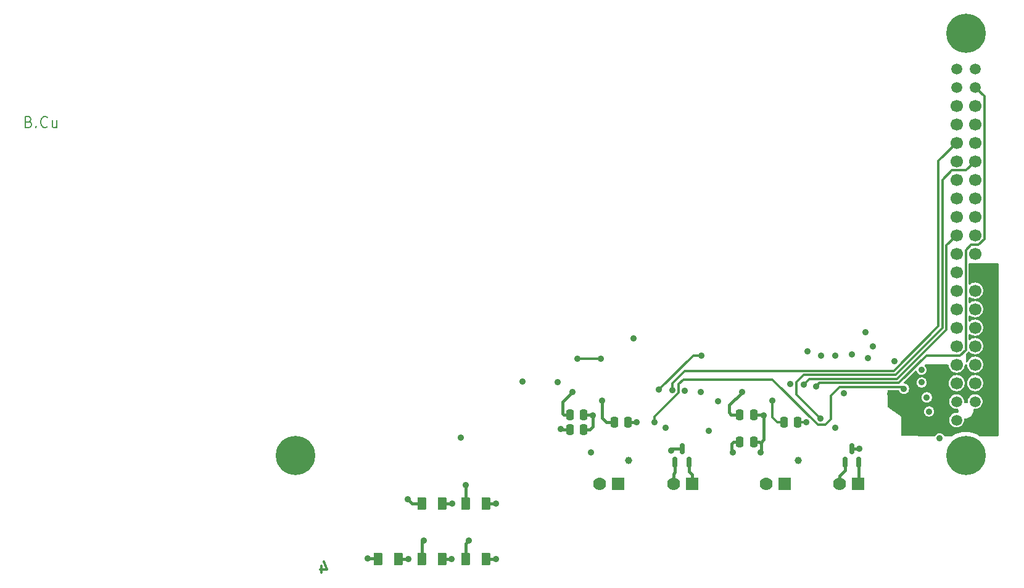
<source format=gbr>
%TF.GenerationSoftware,KiCad,Pcbnew,9.0.1-9.0.1-0~ubuntu24.04.1*%
%TF.CreationDate,2025-04-26T12:20:13-07:00*%
%TF.ProjectId,NX-IndicatorBoard,4e582d49-6e64-4696-9361-746f72426f61,1*%
%TF.SameCoordinates,Original*%
%TF.FileFunction,Copper,L4,Bot*%
%TF.FilePolarity,Positive*%
%FSLAX46Y46*%
G04 Gerber Fmt 4.6, Leading zero omitted, Abs format (unit mm)*
G04 Created by KiCad (PCBNEW 9.0.1-9.0.1-0~ubuntu24.04.1) date 2025-04-26 12:20:13*
%MOMM*%
%LPD*%
G01*
G04 APERTURE LIST*
G04 Aperture macros list*
%AMRoundRect*
0 Rectangle with rounded corners*
0 $1 Rounding radius*
0 $2 $3 $4 $5 $6 $7 $8 $9 X,Y pos of 4 corners*
0 Add a 4 corners polygon primitive as box body*
4,1,4,$2,$3,$4,$5,$6,$7,$8,$9,$2,$3,0*
0 Add four circle primitives for the rounded corners*
1,1,$1+$1,$2,$3*
1,1,$1+$1,$4,$5*
1,1,$1+$1,$6,$7*
1,1,$1+$1,$8,$9*
0 Add four rect primitives between the rounded corners*
20,1,$1+$1,$2,$3,$4,$5,0*
20,1,$1+$1,$4,$5,$6,$7,0*
20,1,$1+$1,$6,$7,$8,$9,0*
20,1,$1+$1,$8,$9,$2,$3,0*%
G04 Aperture macros list end*
%ADD10C,0.187500*%
%TA.AperFunction,NonConductor*%
%ADD11C,0.187500*%
%TD*%
%ADD12C,0.300000*%
%TA.AperFunction,NonConductor*%
%ADD13C,0.300000*%
%TD*%
%TA.AperFunction,ComponentPad*%
%ADD14C,1.000000*%
%TD*%
%TA.AperFunction,ComponentPad*%
%ADD15C,1.500000*%
%TD*%
%TA.AperFunction,ComponentPad*%
%ADD16C,1.700000*%
%TD*%
%TA.AperFunction,ComponentPad*%
%ADD17R,1.778000X1.778000*%
%TD*%
%TA.AperFunction,ComponentPad*%
%ADD18C,1.778000*%
%TD*%
%TA.AperFunction,ComponentPad*%
%ADD19C,5.400000*%
%TD*%
%TA.AperFunction,SMDPad,CuDef*%
%ADD20RoundRect,0.250000X-0.250000X-0.475000X0.250000X-0.475000X0.250000X0.475000X-0.250000X0.475000X0*%
%TD*%
%TA.AperFunction,SMDPad,CuDef*%
%ADD21RoundRect,0.250000X-0.375000X-0.625000X0.375000X-0.625000X0.375000X0.625000X-0.375000X0.625000X0*%
%TD*%
%TA.AperFunction,SMDPad,CuDef*%
%ADD22RoundRect,0.150000X0.150000X-0.587500X0.150000X0.587500X-0.150000X0.587500X-0.150000X-0.587500X0*%
%TD*%
%TA.AperFunction,ViaPad*%
%ADD23C,0.889000*%
%TD*%
%TA.AperFunction,Conductor*%
%ADD24C,0.381000*%
%TD*%
%TA.AperFunction,Conductor*%
%ADD25C,0.304800*%
%TD*%
G04 APERTURE END LIST*
D10*
D11*
X29377697Y-63155964D02*
X29591983Y-63227392D01*
X29591983Y-63227392D02*
X29663412Y-63298821D01*
X29663412Y-63298821D02*
X29734840Y-63441678D01*
X29734840Y-63441678D02*
X29734840Y-63655964D01*
X29734840Y-63655964D02*
X29663412Y-63798821D01*
X29663412Y-63798821D02*
X29591983Y-63870250D01*
X29591983Y-63870250D02*
X29449126Y-63941678D01*
X29449126Y-63941678D02*
X28877697Y-63941678D01*
X28877697Y-63941678D02*
X28877697Y-62441678D01*
X28877697Y-62441678D02*
X29377697Y-62441678D01*
X29377697Y-62441678D02*
X29520555Y-62513107D01*
X29520555Y-62513107D02*
X29591983Y-62584535D01*
X29591983Y-62584535D02*
X29663412Y-62727392D01*
X29663412Y-62727392D02*
X29663412Y-62870250D01*
X29663412Y-62870250D02*
X29591983Y-63013107D01*
X29591983Y-63013107D02*
X29520555Y-63084535D01*
X29520555Y-63084535D02*
X29377697Y-63155964D01*
X29377697Y-63155964D02*
X28877697Y-63155964D01*
X30377697Y-63798821D02*
X30449126Y-63870250D01*
X30449126Y-63870250D02*
X30377697Y-63941678D01*
X30377697Y-63941678D02*
X30306269Y-63870250D01*
X30306269Y-63870250D02*
X30377697Y-63798821D01*
X30377697Y-63798821D02*
X30377697Y-63941678D01*
X31949126Y-63798821D02*
X31877698Y-63870250D01*
X31877698Y-63870250D02*
X31663412Y-63941678D01*
X31663412Y-63941678D02*
X31520555Y-63941678D01*
X31520555Y-63941678D02*
X31306269Y-63870250D01*
X31306269Y-63870250D02*
X31163412Y-63727392D01*
X31163412Y-63727392D02*
X31091983Y-63584535D01*
X31091983Y-63584535D02*
X31020555Y-63298821D01*
X31020555Y-63298821D02*
X31020555Y-63084535D01*
X31020555Y-63084535D02*
X31091983Y-62798821D01*
X31091983Y-62798821D02*
X31163412Y-62655964D01*
X31163412Y-62655964D02*
X31306269Y-62513107D01*
X31306269Y-62513107D02*
X31520555Y-62441678D01*
X31520555Y-62441678D02*
X31663412Y-62441678D01*
X31663412Y-62441678D02*
X31877698Y-62513107D01*
X31877698Y-62513107D02*
X31949126Y-62584535D01*
X33234841Y-62941678D02*
X33234841Y-63941678D01*
X32591983Y-62941678D02*
X32591983Y-63727392D01*
X32591983Y-63727392D02*
X32663412Y-63870250D01*
X32663412Y-63870250D02*
X32806269Y-63941678D01*
X32806269Y-63941678D02*
X33020555Y-63941678D01*
X33020555Y-63941678D02*
X33163412Y-63870250D01*
X33163412Y-63870250D02*
X33234841Y-63798821D01*
D12*
D13*
X69564284Y-124124428D02*
X69564284Y-125124428D01*
X69921426Y-123553000D02*
X70278569Y-124624428D01*
X70278569Y-124624428D02*
X69349998Y-124624428D01*
D14*
%TO.P,TP1,1,1*%
%TO.N,Net-(U3-CLKO{slash}SOF)*%
X111734600Y-109702600D03*
%TD*%
D15*
%TO.P,J5,1,Pin_1*%
%TO.N,+3V3*%
X159270000Y-104130000D03*
%TO.P,J5,2,Pin_2*%
%TO.N,+5V*%
X156730000Y-104130000D03*
%TO.P,J5,3,Pin_3*%
%TO.N,/I2C1_SDA*%
X159270000Y-101590000D03*
%TO.P,J5,4,Pin_4*%
%TO.N,+5V*%
X156730000Y-101590000D03*
D16*
%TO.P,J5,5,Pin_5*%
%TO.N,/I2C1_SCL*%
X159270000Y-99050000D03*
%TO.P,J5,6,Pin_6*%
%TO.N,GND*%
X156730000Y-99050000D03*
%TO.P,J5,7,Pin_7*%
%TO.N,/GPIO09*%
X159270000Y-96510000D03*
%TO.P,J5,8,Pin_8*%
%TO.N,/UART1_TXD*%
X156730000Y-96510000D03*
%TO.P,J5,9,Pin_9*%
%TO.N,GND*%
X159270000Y-93970000D03*
%TO.P,J5,10,Pin_10*%
%TO.N,/UART1_RXD*%
X156730000Y-93970000D03*
%TO.P,J5,11,Pin_11*%
%TO.N,/UART1_RTS*%
X159270000Y-91430000D03*
%TO.P,J5,12,Pin_12*%
%TO.N,/I2S0_SCLK*%
X156730000Y-91430000D03*
%TO.P,J5,13,Pin_13*%
%TO.N,/SPI1_SCK*%
X159270000Y-88890000D03*
%TO.P,J5,14,Pin_14*%
%TO.N,GND*%
X156730000Y-88890000D03*
%TO.P,J5,15,Pin_15*%
%TO.N,/GPIO12*%
X159270000Y-86350000D03*
%TO.P,J5,16,Pin_16*%
%TO.N,/SPI1_CS1*%
X156730000Y-86350000D03*
%TO.P,J5,17,Pin_17*%
%TO.N,+3V3*%
X159270000Y-83810000D03*
%TO.P,J5,18,Pin_18*%
%TO.N,/SPI1_CS0*%
X156730000Y-83810000D03*
%TO.P,J5,19,Pin_19*%
%TO.N,/SPI0_MOSI*%
X159270000Y-81270000D03*
%TO.P,J5,20,Pin_20*%
%TO.N,GND*%
X156730000Y-81270000D03*
%TO.P,J5,21,Pin_21*%
%TO.N,/SPI0_MISO*%
X159270000Y-78730000D03*
%TO.P,J5,22,Pin_22*%
%TO.N,/SPI1_MISO*%
X156730000Y-78730000D03*
%TO.P,J5,23,Pin_23*%
%TO.N,/SPI0_SCK*%
X159270000Y-76190000D03*
%TO.P,J5,24,Pin_24*%
%TO.N,/SPI0_CS0*%
X156730000Y-76190000D03*
%TO.P,J5,25,Pin_25*%
%TO.N,GND*%
X159270000Y-73650000D03*
%TO.P,J5,26,Pin_26*%
%TO.N,/SPI0_CS1*%
X156730000Y-73650000D03*
%TO.P,J5,27,Pin_27*%
%TO.N,/I2C0_SDA*%
X159270000Y-71110000D03*
%TO.P,J5,28,Pin_28*%
%TO.N,/I2C0_SCL*%
X156730000Y-71110000D03*
%TO.P,J5,29,Pin_29*%
%TO.N,/GPIO01*%
X159270000Y-68570000D03*
%TO.P,J5,30,Pin_30*%
%TO.N,GND*%
X156730000Y-68570000D03*
%TO.P,J5,31,Pin_31*%
%TO.N,/GPIO11*%
X159270000Y-66030000D03*
%TO.P,J5,32,Pin_32*%
%TO.N,/GPIO07*%
X156730000Y-66030000D03*
%TO.P,J5,33,Pin_33*%
%TO.N,/GPIO13*%
X159270000Y-63490000D03*
%TO.P,J5,34,Pin_34*%
%TO.N,GND*%
X156730000Y-63490000D03*
%TO.P,J5,35,Pin_35*%
%TO.N,/I2S0_FS*%
X159270000Y-60950000D03*
%TO.P,J5,36,Pin_36*%
%TO.N,/UART1_CTS*%
X156730000Y-60950000D03*
D15*
%TO.P,J5,37,Pin_37*%
%TO.N,/SPI1_MOSI*%
X159270000Y-58410000D03*
%TO.P,J5,38,Pin_38*%
%TO.N,/I2S0_DIN*%
X156730000Y-58410000D03*
%TO.P,J5,39,Pin_39*%
%TO.N,GND*%
X159270000Y-55870000D03*
%TO.P,J5,40,Pin_40*%
%TO.N,/I2S0_DOUT*%
X156730000Y-55870000D03*
%TD*%
D17*
%TO.P,J1,1,Pin_1*%
%TO.N,/CAN1_L*%
X110236000Y-112903000D03*
D18*
%TO.P,J1,2,Pin_2*%
%TO.N,/CAN1_H*%
X107696000Y-112903000D03*
%TD*%
D14*
%TO.P,TP2,1,1*%
%TO.N,Net-(U6-CLKO{slash}SOF)*%
X135001000Y-109677200D03*
%TD*%
D19*
%TO.P,H2,1*%
%TO.N,N/C*%
X158000000Y-51000000D03*
%TD*%
D17*
%TO.P,J4,1,Pin_1*%
%TO.N,/CAN2_L*%
X143230600Y-112903000D03*
D18*
%TO.P,J4,2,Pin_2*%
%TO.N,/CAN2_H*%
X140690600Y-112903000D03*
%TD*%
D19*
%TO.P,H1,1*%
%TO.N,N/C*%
X66000000Y-109000000D03*
%TD*%
%TO.P,H3,1*%
%TO.N,N/C*%
X158000000Y-109000000D03*
%TD*%
D17*
%TO.P,J2,1,Pin_1*%
%TO.N,/CAN1_L*%
X120396000Y-112903000D03*
D18*
%TO.P,J2,2,Pin_2*%
%TO.N,/CAN1_H*%
X117856000Y-112903000D03*
%TD*%
D17*
%TO.P,J3,1,Pin_1*%
%TO.N,/CAN2_L*%
X133096000Y-112903000D03*
D18*
%TO.P,J3,2,Pin_2*%
%TO.N,/CAN2_H*%
X130556000Y-112903000D03*
%TD*%
D20*
%TO.P,C5,1*%
%TO.N,+3V3*%
X126964400Y-107137200D03*
%TO.P,C5,2*%
%TO.N,GND*%
X128864400Y-107137200D03*
%TD*%
D21*
%TO.P,D6,1,K*%
%TO.N,Net-(D6-K)*%
X83321000Y-123180000D03*
%TO.P,D6,2,A*%
%TO.N,+3V3*%
X86121000Y-123180000D03*
%TD*%
D20*
%TO.P,C6,1*%
%TO.N,+3V3*%
X109743200Y-104394000D03*
%TO.P,C6,2*%
%TO.N,GND*%
X111643200Y-104394000D03*
%TD*%
%TO.P,C8,1*%
%TO.N,+3V3*%
X103672600Y-105435400D03*
%TO.P,C8,2*%
%TO.N,GND*%
X105572600Y-105435400D03*
%TD*%
D22*
%TO.P,D1,1,K1*%
%TO.N,/CAN2_L*%
X143331100Y-109954300D03*
%TO.P,D1,2,K1*%
%TO.N,/CAN2_H*%
X141431100Y-109954300D03*
%TO.P,D1,3,KK*%
%TO.N,GND*%
X142381100Y-108079300D03*
%TD*%
D20*
%TO.P,C3,1*%
%TO.N,+3V3*%
X133035000Y-104394000D03*
%TO.P,C3,2*%
%TO.N,GND*%
X134935000Y-104394000D03*
%TD*%
D21*
%TO.P,D5,1,K*%
%TO.N,Net-(D5-K)*%
X83321000Y-115560000D03*
%TO.P,D5,2,A*%
%TO.N,+3V3*%
X86121000Y-115560000D03*
%TD*%
%TO.P,D4,1,K*%
%TO.N,Net-(D4-K)*%
X89321000Y-123180000D03*
%TO.P,D4,2,A*%
%TO.N,+3V3*%
X92121000Y-123180000D03*
%TD*%
%TO.P,D7,1,K*%
%TO.N,Net-(D7-K)*%
X77321000Y-123180000D03*
%TO.P,D7,2,A*%
%TO.N,+3V3*%
X80121000Y-123180000D03*
%TD*%
D20*
%TO.P,C4,1*%
%TO.N,+5V*%
X126964400Y-103403400D03*
%TO.P,C4,2*%
%TO.N,GND*%
X128864400Y-103403400D03*
%TD*%
%TO.P,C7,1*%
%TO.N,+5V*%
X103672600Y-103403400D03*
%TO.P,C7,2*%
%TO.N,GND*%
X105572600Y-103403400D03*
%TD*%
D22*
%TO.P,D2,1,K1*%
%TO.N,/CAN1_L*%
X119988500Y-109954300D03*
%TO.P,D2,2,K1*%
%TO.N,/CAN1_H*%
X118088500Y-109954300D03*
%TO.P,D2,3,KK*%
%TO.N,GND*%
X119038500Y-108079300D03*
%TD*%
D21*
%TO.P,D3,1,K*%
%TO.N,Net-(D3-K)*%
X89321000Y-115560000D03*
%TO.P,D3,2,A*%
%TO.N,+3V3*%
X92121000Y-115560000D03*
%TD*%
D23*
%TO.N,+3V3*%
X87477600Y-115570000D03*
X81483200Y-123190000D03*
X97180400Y-98856800D03*
X102438200Y-105384600D03*
X121589800Y-100253800D03*
X131406900Y-101485700D03*
X149453600Y-102793800D03*
X87452200Y-123190000D03*
X93472000Y-123215400D03*
X126009400Y-108610400D03*
X149301200Y-101041200D03*
X122707400Y-105638600D03*
X147633249Y-100555421D03*
X93472000Y-115570000D03*
X108102402Y-101422202D03*
%TO.N,GND*%
X112852200Y-104419400D03*
X140055600Y-105181400D03*
X106553000Y-108610400D03*
X88722200Y-106502200D03*
X102006400Y-98882200D03*
X129844800Y-108585000D03*
X119449072Y-100147810D03*
X106807000Y-103530400D03*
X130276600Y-103479600D03*
X116789200Y-105181400D03*
X117551200Y-108305600D03*
X123952000Y-101523800D03*
X136121710Y-104414192D03*
X143408400Y-108102400D03*
%TO.N,+5V*%
X103987600Y-100253800D03*
X127254000Y-100304600D03*
%TO.N,/GPIO09*%
X149504400Y-99822000D03*
X115290600Y-104419400D03*
X152958800Y-102946200D03*
%TO.N,/UART1_TXD*%
X136245600Y-94717108D03*
%TO.N,/UART1_RXD*%
X140079414Y-95271844D03*
%TO.N,/UART1_RTS*%
X152628600Y-101015800D03*
X112395000Y-92928964D03*
%TO.N,/I2S0_SCLK*%
X107924601Y-95732601D03*
X142354299Y-95110299D03*
X104648000Y-95681800D03*
%TO.N,/GPIO12*%
X121691400Y-95250000D03*
X115900200Y-99974400D03*
X138125200Y-95250000D03*
%TO.N,/SPI0_MOSI*%
X151917400Y-97231200D03*
%TO.N,/SPI0_MISO*%
X148197566Y-96000568D03*
%TO.N,/SPI1_MISO*%
X135736323Y-99240001D03*
%TO.N,/SPI0_SCK*%
X151942800Y-98958400D03*
%TO.N,/SPI1_CS0*%
X133925566Y-99183827D03*
%TO.N,/GPIO01*%
X138049000Y-103885998D03*
%TO.N,/GPIO11*%
X144604107Y-95637116D03*
X141249400Y-100457000D03*
%TO.N,/GPIO07*%
X117754400Y-99999800D03*
%TO.N,/GPIO13*%
X154406600Y-106626850D03*
%TO.N,/UART1_CTS*%
X144195800Y-92049600D03*
%TO.N,/SPI1_MOSI*%
X137462896Y-99489896D03*
%TO.N,/SPI0_CS0*%
X145239104Y-93978096D03*
%TO.N,Net-(D3-K)*%
X89331800Y-113030000D03*
%TO.N,Net-(D4-K)*%
X89763600Y-120675400D03*
%TO.N,Net-(D5-K)*%
X81407000Y-114985800D03*
%TO.N,Net-(D6-K)*%
X83616800Y-120675400D03*
%TO.N,Net-(D7-K)*%
X75920600Y-123164600D03*
%TD*%
D24*
%TO.N,+3V3*%
X86121000Y-115560000D02*
X87467600Y-115560000D01*
X125882400Y-107365800D02*
X125882400Y-108483400D01*
X108102402Y-103809802D02*
X108102402Y-101422202D01*
X108686600Y-104394000D02*
X108102402Y-103809802D01*
X92121000Y-123180000D02*
X93436600Y-123180000D01*
X93436600Y-123180000D02*
X93472000Y-123215400D01*
X126964400Y-107137200D02*
X126111000Y-107137200D01*
X126111000Y-107137200D02*
X125882400Y-107365800D01*
D25*
X132080000Y-104394000D02*
X131406900Y-103720900D01*
D24*
X109743200Y-104394000D02*
X108686600Y-104394000D01*
X80121000Y-123180000D02*
X81473200Y-123180000D01*
X103672600Y-105435400D02*
X102489000Y-105435400D01*
X102489000Y-105435400D02*
X102438200Y-105384600D01*
X86121000Y-123180000D02*
X87442200Y-123180000D01*
D25*
X131406900Y-103720900D02*
X131406900Y-101485700D01*
D24*
X125882400Y-108483400D02*
X126009400Y-108610400D01*
X81473200Y-123180000D02*
X81483200Y-123190000D01*
X87442200Y-123180000D02*
X87452200Y-123190000D01*
X93462000Y-115560000D02*
X93472000Y-115570000D01*
X87467600Y-115560000D02*
X87477600Y-115570000D01*
X92121000Y-115560000D02*
X93462000Y-115560000D01*
D25*
X133035000Y-104394000D02*
X132080000Y-104394000D01*
D24*
%TO.N,GND*%
X106680000Y-103403400D02*
X106807000Y-103530400D01*
X105572600Y-105435400D02*
X106375200Y-105435400D01*
X142381100Y-108079300D02*
X143385300Y-108079300D01*
X128864400Y-107137200D02*
X129692400Y-107137200D01*
X106807000Y-105003600D02*
X106807000Y-103530400D01*
D25*
X136101518Y-104394000D02*
X136121710Y-104414192D01*
D24*
X129832100Y-107276900D02*
X129921000Y-107365800D01*
X112826800Y-104394000D02*
X112852200Y-104419400D01*
X119038500Y-108079300D02*
X117777500Y-108079300D01*
X130276600Y-106832400D02*
X129832100Y-107276900D01*
D25*
X134935000Y-104394000D02*
X136101518Y-104394000D01*
D24*
X106375200Y-105435400D02*
X106807000Y-105003600D01*
X129692400Y-107137200D02*
X129832100Y-107276900D01*
X128864400Y-103403400D02*
X130200400Y-103403400D01*
X111643200Y-104394000D02*
X112826800Y-104394000D01*
X105572600Y-103403400D02*
X106680000Y-103403400D01*
X129921000Y-107365800D02*
X129921000Y-108508800D01*
X130200400Y-103403400D02*
X130276600Y-103479600D01*
X117777500Y-108079300D02*
X117551200Y-108305600D01*
X143385300Y-108079300D02*
X143408400Y-108102400D01*
X129921000Y-108508800D02*
X129844800Y-108585000D01*
X130276600Y-103479600D02*
X130276600Y-106832400D01*
%TO.N,+5V*%
X102819200Y-103403400D02*
X102616000Y-103200200D01*
X102616000Y-101625400D02*
X103987600Y-100253800D01*
X125806200Y-103403400D02*
X125501400Y-103098600D01*
X103672600Y-103403400D02*
X102819200Y-103403400D01*
X102616000Y-103200200D02*
X102616000Y-101625400D01*
X127254000Y-100330000D02*
X127254000Y-100304600D01*
X126964400Y-103403400D02*
X125806200Y-103403400D01*
X125501400Y-102082600D02*
X127254000Y-100330000D01*
X125501400Y-103098600D02*
X125501400Y-102082600D01*
D25*
%TO.N,/GPIO09*%
X118579900Y-100373322D02*
X118579900Y-100393500D01*
X149275800Y-99593400D02*
X140690600Y-99593400D01*
X149504400Y-99822000D02*
X149275800Y-99593400D01*
X119227600Y-98552000D02*
X118579900Y-99199700D01*
X115290600Y-103682800D02*
X115290600Y-104419400D01*
X118602236Y-99648614D02*
X118602236Y-100350986D01*
X118579900Y-99626278D02*
X118602236Y-99648614D01*
X138751564Y-104783636D02*
X137698229Y-104783636D01*
X118579900Y-100393500D02*
X115290600Y-103682800D01*
X139496800Y-104038400D02*
X138751564Y-104783636D01*
X140690600Y-99593400D02*
X139496800Y-100787200D01*
X118579900Y-99199700D02*
X118579900Y-99626278D01*
X137698229Y-104783636D02*
X131466593Y-98552000D01*
X131466593Y-98552000D02*
X119227600Y-98552000D01*
X118602236Y-100350986D02*
X118579900Y-100373322D01*
X139496800Y-100787200D02*
X139496800Y-104038400D01*
%TO.N,/I2S0_SCLK*%
X107924601Y-95732601D02*
X104698802Y-95732601D01*
X104698802Y-95732601D02*
X104648000Y-95681800D01*
%TO.N,/GPIO12*%
X121691400Y-95250000D02*
X120624600Y-95250000D01*
X120624600Y-95250000D02*
X115900200Y-99974400D01*
D24*
%TO.N,/CAN1_L*%
X120396000Y-111582200D02*
X120396000Y-112903000D01*
X119988500Y-109954300D02*
X119988500Y-111174700D01*
X119988500Y-111174700D02*
X120396000Y-111582200D01*
%TO.N,/CAN1_H*%
X117856000Y-111556800D02*
X117856000Y-112903000D01*
X118088500Y-111324300D02*
X117856000Y-111556800D01*
X118088500Y-109954300D02*
X118088500Y-111324300D01*
D25*
%TO.N,/SPI1_MISO*%
X155321000Y-80139000D02*
X155321000Y-91717245D01*
X155321000Y-91717245D02*
X148570573Y-98467672D01*
X156730000Y-78730000D02*
X155321000Y-80139000D01*
X148570573Y-98467672D02*
X136508652Y-98467672D01*
X136508652Y-98467672D02*
X135736323Y-99240001D01*
%TO.N,/GPIO01*%
X159270000Y-68570000D02*
X158013600Y-69826400D01*
X156055800Y-69826400D02*
X154766264Y-71115936D01*
X148340793Y-97912936D02*
X135753856Y-97912936D01*
X135753856Y-97912936D02*
X134772402Y-98894390D01*
X158013600Y-69826400D02*
X156055800Y-69826400D01*
X134772402Y-100609400D02*
X138049000Y-103885998D01*
X154766264Y-71115936D02*
X154766264Y-91487465D01*
X134772402Y-98894390D02*
X134772402Y-100609400D01*
X154766264Y-91487465D02*
X148340793Y-97912936D01*
%TO.N,/GPIO07*%
X154211528Y-91257685D02*
X148111013Y-97358200D01*
X156730000Y-66030000D02*
X154211528Y-68548472D01*
X148111013Y-97358200D02*
X119456200Y-97358200D01*
X117754400Y-99060000D02*
X117754400Y-99999800D01*
X154211528Y-68548472D02*
X154211528Y-91257685D01*
X119456200Y-97358200D02*
X117754400Y-99060000D01*
%TO.N,/SPI1_MOSI*%
X160522336Y-79248735D02*
X159753407Y-80017664D01*
X159753407Y-80017664D02*
X158742336Y-80017664D01*
X157982336Y-94488735D02*
X157213407Y-95257664D01*
X157982336Y-80777664D02*
X157982336Y-94488735D01*
X157213407Y-95257664D02*
X152567252Y-95257664D01*
X160522336Y-59662336D02*
X160522336Y-79248735D01*
X159270000Y-58410000D02*
X160522336Y-59662336D01*
X148786252Y-99038664D02*
X137914128Y-99038664D01*
X158742336Y-80017664D02*
X157982336Y-80777664D01*
X137914128Y-99038664D02*
X137462896Y-99489896D01*
X152567252Y-95257664D02*
X148786252Y-99038664D01*
D24*
%TO.N,/CAN2_L*%
X143331100Y-109954300D02*
X143331100Y-112802500D01*
X143331100Y-112802500D02*
X143230600Y-112903000D01*
%TO.N,/CAN2_H*%
X140690600Y-111760000D02*
X140690600Y-112903000D01*
X141431100Y-111019500D02*
X140690600Y-111760000D01*
X141431100Y-109954300D02*
X141431100Y-111019500D01*
%TO.N,Net-(D3-K)*%
X89321000Y-115560000D02*
X89321000Y-113040800D01*
X89321000Y-113040800D02*
X89331800Y-113030000D01*
%TO.N,Net-(D4-K)*%
X89321000Y-121118000D02*
X89763600Y-120675400D01*
X89321000Y-123180000D02*
X89321000Y-121118000D01*
%TO.N,Net-(D5-K)*%
X81407000Y-114985800D02*
X81981200Y-115560000D01*
X81981200Y-115560000D02*
X83321000Y-115560000D01*
%TO.N,Net-(D6-K)*%
X83321000Y-123180000D02*
X83321000Y-120971200D01*
X83321000Y-120971200D02*
X83616800Y-120675400D01*
%TO.N,Net-(D7-K)*%
X77305600Y-123164600D02*
X77321000Y-123180000D01*
X75920600Y-123164600D02*
X77305600Y-123164600D01*
%TD*%
%TA.AperFunction,Conductor*%
%TO.N,+3V3*%
G36*
X162428107Y-82569685D02*
G01*
X162473862Y-82622489D01*
X162485068Y-82674029D01*
X162479644Y-106248719D01*
X162459944Y-106315753D01*
X162407130Y-106361496D01*
X162355191Y-106372689D01*
X159958612Y-106363943D01*
X159891645Y-106344014D01*
X159890174Y-106343046D01*
X159677642Y-106201037D01*
X159677637Y-106201034D01*
X159677636Y-106201033D01*
X159677631Y-106201030D01*
X159677624Y-106201026D01*
X159395218Y-106050077D01*
X159395213Y-106050075D01*
X159099350Y-105927524D01*
X158792890Y-105834561D01*
X158792879Y-105834558D01*
X158478821Y-105772090D01*
X158478804Y-105772087D01*
X158237805Y-105748351D01*
X158160119Y-105740700D01*
X157839881Y-105740700D01*
X157768032Y-105747776D01*
X157521195Y-105772087D01*
X157521178Y-105772090D01*
X157207120Y-105834558D01*
X157207109Y-105834561D01*
X156900649Y-105927524D01*
X156604786Y-106050075D01*
X156604781Y-106050077D01*
X156322375Y-106201026D01*
X156322362Y-106201034D01*
X156131108Y-106328825D01*
X156064431Y-106349702D01*
X156061766Y-106349721D01*
X155125654Y-106346305D01*
X155058686Y-106326376D01*
X155023004Y-106291197D01*
X154949549Y-106181263D01*
X154852189Y-106083903D01*
X154852185Y-106083900D01*
X154737698Y-106007402D01*
X154737696Y-106007401D01*
X154610495Y-105954713D01*
X154610483Y-105954710D01*
X154475449Y-105927850D01*
X154475445Y-105927850D01*
X154337755Y-105927850D01*
X154337750Y-105927850D01*
X154202716Y-105954710D01*
X154202704Y-105954713D01*
X154075503Y-106007401D01*
X154075501Y-106007402D01*
X153961014Y-106083900D01*
X153961010Y-106083903D01*
X153863653Y-106181260D01*
X153863650Y-106181264D01*
X153793696Y-106285957D01*
X153740083Y-106330762D01*
X153690141Y-106341065D01*
X149246947Y-106324850D01*
X149179980Y-106304921D01*
X149134418Y-106251950D01*
X149123400Y-106200851D01*
X149123400Y-103657400D01*
X149123399Y-103657399D01*
X148221638Y-103015049D01*
X148028330Y-102877350D01*
X152259800Y-102877350D01*
X152259800Y-103015049D01*
X152286660Y-103150083D01*
X152286663Y-103150095D01*
X152339351Y-103277296D01*
X152339352Y-103277298D01*
X152415850Y-103391785D01*
X152415853Y-103391789D01*
X152513210Y-103489146D01*
X152513214Y-103489149D01*
X152627699Y-103565646D01*
X152627700Y-103565646D01*
X152627701Y-103565647D01*
X152627703Y-103565648D01*
X152754904Y-103618336D01*
X152754909Y-103618338D01*
X152889950Y-103645199D01*
X152889954Y-103645200D01*
X152889955Y-103645200D01*
X153027646Y-103645200D01*
X153027647Y-103645199D01*
X153162691Y-103618338D01*
X153289901Y-103565646D01*
X153404386Y-103489149D01*
X153501749Y-103391786D01*
X153578246Y-103277301D01*
X153630938Y-103150091D01*
X153657800Y-103015045D01*
X153657800Y-102877355D01*
X153630938Y-102742309D01*
X153629987Y-102740012D01*
X153578248Y-102615103D01*
X153578247Y-102615101D01*
X153568441Y-102600426D01*
X153501749Y-102500614D01*
X153501746Y-102500610D01*
X153404389Y-102403253D01*
X153404385Y-102403250D01*
X153289898Y-102326752D01*
X153289896Y-102326751D01*
X153162695Y-102274063D01*
X153162683Y-102274060D01*
X153027649Y-102247200D01*
X153027645Y-102247200D01*
X152889955Y-102247200D01*
X152889950Y-102247200D01*
X152754916Y-102274060D01*
X152754904Y-102274063D01*
X152627703Y-102326751D01*
X152627701Y-102326752D01*
X152513214Y-102403250D01*
X152513210Y-102403253D01*
X152415853Y-102500610D01*
X152415850Y-102500614D01*
X152339352Y-102615101D01*
X152339351Y-102615103D01*
X152286663Y-102742304D01*
X152286660Y-102742316D01*
X152259800Y-102877350D01*
X148028330Y-102877350D01*
X147320978Y-102373483D01*
X147277797Y-102318556D01*
X147268923Y-102273030D01*
X147263157Y-100946950D01*
X151929600Y-100946950D01*
X151929600Y-101084649D01*
X151956460Y-101219683D01*
X151956463Y-101219695D01*
X152009151Y-101346896D01*
X152009152Y-101346898D01*
X152085650Y-101461385D01*
X152085653Y-101461389D01*
X152183010Y-101558746D01*
X152183014Y-101558749D01*
X152297499Y-101635246D01*
X152297500Y-101635246D01*
X152297501Y-101635247D01*
X152297503Y-101635248D01*
X152424704Y-101687936D01*
X152424709Y-101687938D01*
X152559750Y-101714799D01*
X152559754Y-101714800D01*
X152559755Y-101714800D01*
X152697446Y-101714800D01*
X152697447Y-101714799D01*
X152827469Y-101688937D01*
X155725499Y-101688937D01*
X155764101Y-101882996D01*
X155764104Y-101883006D01*
X155839820Y-102065802D01*
X155839827Y-102065815D01*
X155949753Y-102230330D01*
X155949756Y-102230334D01*
X156089665Y-102370243D01*
X156089669Y-102370246D01*
X156254184Y-102480172D01*
X156254197Y-102480179D01*
X156436993Y-102555895D01*
X156436998Y-102555897D01*
X156437002Y-102555897D01*
X156437003Y-102555898D01*
X156631062Y-102594500D01*
X156631065Y-102594500D01*
X156828934Y-102594500D01*
X156828935Y-102594500D01*
X156830417Y-102594205D01*
X156831211Y-102594276D01*
X156835000Y-102593903D01*
X156835070Y-102594621D01*
X156900009Y-102600426D01*
X156955190Y-102643284D01*
X156978441Y-102709171D01*
X156976237Y-102740007D01*
X156972500Y-102758795D01*
X156972500Y-102961201D01*
X156976237Y-102979991D01*
X156970008Y-103049582D01*
X156927143Y-103104759D01*
X156861253Y-103128001D01*
X156830432Y-103125797D01*
X156828939Y-103125500D01*
X156828935Y-103125500D01*
X156631065Y-103125500D01*
X156631063Y-103125500D01*
X156437003Y-103164101D01*
X156436993Y-103164104D01*
X156254197Y-103239820D01*
X156254184Y-103239827D01*
X156089669Y-103349753D01*
X156089665Y-103349756D01*
X155949756Y-103489665D01*
X155949753Y-103489669D01*
X155839827Y-103654184D01*
X155839820Y-103654197D01*
X155764104Y-103836993D01*
X155764101Y-103837003D01*
X155725500Y-104031062D01*
X155725500Y-104031065D01*
X155725500Y-104228935D01*
X155725500Y-104228937D01*
X155725499Y-104228937D01*
X155764101Y-104422996D01*
X155764104Y-104423006D01*
X155839820Y-104605802D01*
X155839827Y-104605815D01*
X155949753Y-104770330D01*
X155949756Y-104770334D01*
X156089665Y-104910243D01*
X156089669Y-104910246D01*
X156254184Y-105020172D01*
X156254197Y-105020179D01*
X156436993Y-105095895D01*
X156436998Y-105095897D01*
X156437002Y-105095897D01*
X156437003Y-105095898D01*
X156631062Y-105134500D01*
X156631065Y-105134500D01*
X156828937Y-105134500D01*
X156959495Y-105108529D01*
X157023002Y-105095897D01*
X157205809Y-105020176D01*
X157370331Y-104910246D01*
X157510246Y-104770331D01*
X157620176Y-104605809D01*
X157695897Y-104423002D01*
X157734500Y-104228935D01*
X157734500Y-104031065D01*
X157734204Y-104029577D01*
X157734275Y-104028781D01*
X157733903Y-104025000D01*
X157734619Y-104024929D01*
X157740427Y-103959987D01*
X157783286Y-103904807D01*
X157849175Y-103881558D01*
X157880012Y-103883763D01*
X157883511Y-103884458D01*
X157898798Y-103887499D01*
X157898799Y-103887500D01*
X157898800Y-103887500D01*
X158101201Y-103887500D01*
X158101202Y-103887499D01*
X158299711Y-103848014D01*
X158486704Y-103770559D01*
X158654993Y-103658112D01*
X158798112Y-103514993D01*
X158910559Y-103346704D01*
X158988014Y-103159711D01*
X159027500Y-102961200D01*
X159027500Y-102758800D01*
X159023763Y-102740012D01*
X159029990Y-102670420D01*
X159072853Y-102615243D01*
X159138742Y-102591998D01*
X159169575Y-102594203D01*
X159171065Y-102594500D01*
X159171067Y-102594500D01*
X159368937Y-102594500D01*
X159540922Y-102560289D01*
X159563002Y-102555897D01*
X159745809Y-102480176D01*
X159910331Y-102370246D01*
X160050246Y-102230331D01*
X160160176Y-102065809D01*
X160235897Y-101883002D01*
X160269355Y-101714800D01*
X160274500Y-101688937D01*
X160274500Y-101491062D01*
X160235898Y-101297003D01*
X160235897Y-101297002D01*
X160235897Y-101296998D01*
X160203877Y-101219695D01*
X160160179Y-101114197D01*
X160160172Y-101114184D01*
X160050246Y-100949669D01*
X160050243Y-100949665D01*
X159910334Y-100809756D01*
X159910330Y-100809753D01*
X159745815Y-100699827D01*
X159745802Y-100699820D01*
X159563006Y-100624104D01*
X159562996Y-100624101D01*
X159368937Y-100585500D01*
X159368935Y-100585500D01*
X159171065Y-100585500D01*
X159171063Y-100585500D01*
X158977003Y-100624101D01*
X158976993Y-100624104D01*
X158794197Y-100699820D01*
X158794184Y-100699827D01*
X158629669Y-100809753D01*
X158629665Y-100809756D01*
X158489756Y-100949665D01*
X158489753Y-100949669D01*
X158379827Y-101114184D01*
X158379820Y-101114197D01*
X158304104Y-101296993D01*
X158304101Y-101297003D01*
X158265500Y-101491062D01*
X158265500Y-101688939D01*
X158265797Y-101690432D01*
X158265725Y-101691228D01*
X158266097Y-101695000D01*
X158265381Y-101695070D01*
X158259567Y-101760024D01*
X158216702Y-101815199D01*
X158150812Y-101838441D01*
X158119991Y-101836237D01*
X158101201Y-101832500D01*
X158101200Y-101832500D01*
X157898800Y-101832500D01*
X157898795Y-101832500D01*
X157880007Y-101836237D01*
X157810416Y-101830007D01*
X157755240Y-101787142D01*
X157731998Y-101721252D01*
X157734205Y-101690416D01*
X157734500Y-101688937D01*
X157734500Y-101688935D01*
X157734500Y-101491065D01*
X157734500Y-101491062D01*
X157695898Y-101297003D01*
X157695897Y-101297002D01*
X157695897Y-101296998D01*
X157663877Y-101219695D01*
X157620179Y-101114197D01*
X157620172Y-101114184D01*
X157510246Y-100949669D01*
X157510243Y-100949665D01*
X157370334Y-100809756D01*
X157370330Y-100809753D01*
X157205815Y-100699827D01*
X157205802Y-100699820D01*
X157023006Y-100624104D01*
X157022996Y-100624101D01*
X156828937Y-100585500D01*
X156828935Y-100585500D01*
X156631065Y-100585500D01*
X156631063Y-100585500D01*
X156437003Y-100624101D01*
X156436993Y-100624104D01*
X156254197Y-100699820D01*
X156254184Y-100699827D01*
X156089669Y-100809753D01*
X156089665Y-100809756D01*
X155949756Y-100949665D01*
X155949753Y-100949669D01*
X155839827Y-101114184D01*
X155839820Y-101114197D01*
X155764104Y-101296993D01*
X155764101Y-101297003D01*
X155725500Y-101491062D01*
X155725500Y-101491065D01*
X155725500Y-101688935D01*
X155725500Y-101688937D01*
X155725499Y-101688937D01*
X152827469Y-101688937D01*
X152832491Y-101687938D01*
X152959701Y-101635246D01*
X153074186Y-101558749D01*
X153171549Y-101461386D01*
X153248046Y-101346901D01*
X153300738Y-101219691D01*
X153327600Y-101084645D01*
X153327600Y-100946955D01*
X153300738Y-100811909D01*
X153299845Y-100809753D01*
X153248048Y-100684703D01*
X153248047Y-100684701D01*
X153171549Y-100570214D01*
X153171546Y-100570210D01*
X153074189Y-100472853D01*
X153074185Y-100472850D01*
X152959698Y-100396352D01*
X152959696Y-100396351D01*
X152832495Y-100343663D01*
X152832483Y-100343660D01*
X152697449Y-100316800D01*
X152697445Y-100316800D01*
X152559755Y-100316800D01*
X152559750Y-100316800D01*
X152424716Y-100343660D01*
X152424704Y-100343663D01*
X152297503Y-100396351D01*
X152297501Y-100396352D01*
X152183014Y-100472850D01*
X152183010Y-100472853D01*
X152085653Y-100570210D01*
X152085650Y-100570214D01*
X152009152Y-100684701D01*
X152009151Y-100684703D01*
X151956463Y-100811904D01*
X151956460Y-100811916D01*
X151929600Y-100946950D01*
X147263157Y-100946950D01*
X147259583Y-100124836D01*
X147278976Y-100057715D01*
X147331581Y-100011731D01*
X147383582Y-100000300D01*
X148738808Y-100000300D01*
X148805847Y-100019985D01*
X148851602Y-100072789D01*
X148853369Y-100076848D01*
X148884951Y-100153096D01*
X148884952Y-100153098D01*
X148961450Y-100267585D01*
X148961453Y-100267589D01*
X149058810Y-100364946D01*
X149058814Y-100364949D01*
X149173299Y-100441446D01*
X149173300Y-100441446D01*
X149173301Y-100441447D01*
X149173303Y-100441448D01*
X149249122Y-100472853D01*
X149300509Y-100494138D01*
X149435550Y-100520999D01*
X149435554Y-100521000D01*
X149435555Y-100521000D01*
X149573246Y-100521000D01*
X149573247Y-100520999D01*
X149708291Y-100494138D01*
X149835501Y-100441446D01*
X149949986Y-100364949D01*
X150047349Y-100267586D01*
X150123846Y-100153101D01*
X150176538Y-100025891D01*
X150203400Y-99890845D01*
X150203400Y-99753155D01*
X150176538Y-99618109D01*
X150176536Y-99618104D01*
X150123848Y-99490903D01*
X150123847Y-99490901D01*
X150112541Y-99473981D01*
X150047349Y-99376414D01*
X150047346Y-99376410D01*
X149949989Y-99279053D01*
X149949985Y-99279050D01*
X149835498Y-99202552D01*
X149835496Y-99202551D01*
X149708295Y-99149863D01*
X149708283Y-99149860D01*
X149573249Y-99123000D01*
X149567184Y-99122403D01*
X149567394Y-99120261D01*
X149555475Y-99116761D01*
X149533387Y-99115182D01*
X149522603Y-99107109D01*
X149509682Y-99103315D01*
X149495182Y-99086581D01*
X149477454Y-99073310D01*
X149472746Y-99060689D01*
X149463927Y-99050511D01*
X149460775Y-99028593D01*
X149453037Y-99007846D01*
X149455899Y-98994685D01*
X149453983Y-98981353D01*
X149463182Y-98961209D01*
X149467889Y-98939573D01*
X149481157Y-98921847D01*
X149483008Y-98917797D01*
X149489040Y-98911319D01*
X149510809Y-98889550D01*
X151243800Y-98889550D01*
X151243800Y-99027249D01*
X151270660Y-99162283D01*
X151270663Y-99162295D01*
X151323351Y-99289496D01*
X151323352Y-99289498D01*
X151399850Y-99403985D01*
X151399853Y-99403989D01*
X151497210Y-99501346D01*
X151497214Y-99501349D01*
X151611699Y-99577846D01*
X151611700Y-99577846D01*
X151611701Y-99577847D01*
X151611703Y-99577848D01*
X151734916Y-99628884D01*
X151738909Y-99630538D01*
X151873950Y-99657399D01*
X151873954Y-99657400D01*
X151873955Y-99657400D01*
X152011646Y-99657400D01*
X152011647Y-99657399D01*
X152146691Y-99630538D01*
X152273901Y-99577846D01*
X152388386Y-99501349D01*
X152485749Y-99403986D01*
X152562246Y-99289501D01*
X152614938Y-99162291D01*
X152641800Y-99027245D01*
X152641800Y-98963074D01*
X155625500Y-98963074D01*
X155625500Y-99136926D01*
X155629518Y-99162295D01*
X155652697Y-99308639D01*
X155652697Y-99308642D01*
X155706418Y-99473978D01*
X155739972Y-99539831D01*
X155785347Y-99628884D01*
X155887535Y-99769533D01*
X156010467Y-99892465D01*
X156151116Y-99994653D01*
X156212432Y-100025895D01*
X156306021Y-100073581D01*
X156471358Y-100127302D01*
X156471359Y-100127302D01*
X156471362Y-100127303D01*
X156643074Y-100154500D01*
X156643075Y-100154500D01*
X156816925Y-100154500D01*
X156816926Y-100154500D01*
X156988638Y-100127303D01*
X156988641Y-100127302D01*
X156988642Y-100127302D01*
X157153978Y-100073581D01*
X157153978Y-100073580D01*
X157153981Y-100073580D01*
X157308884Y-99994653D01*
X157449533Y-99892465D01*
X157572465Y-99769533D01*
X157674653Y-99628884D01*
X157753580Y-99473981D01*
X157776323Y-99403985D01*
X157807302Y-99308642D01*
X157807302Y-99308641D01*
X157807303Y-99308638D01*
X157834500Y-99136926D01*
X157834500Y-98963074D01*
X158165500Y-98963074D01*
X158165500Y-99136926D01*
X158169518Y-99162295D01*
X158192697Y-99308639D01*
X158192697Y-99308642D01*
X158246418Y-99473978D01*
X158279972Y-99539831D01*
X158325347Y-99628884D01*
X158427535Y-99769533D01*
X158550467Y-99892465D01*
X158691116Y-99994653D01*
X158752432Y-100025895D01*
X158846021Y-100073581D01*
X159011358Y-100127302D01*
X159011359Y-100127302D01*
X159011362Y-100127303D01*
X159183074Y-100154500D01*
X159183075Y-100154500D01*
X159356925Y-100154500D01*
X159356926Y-100154500D01*
X159528638Y-100127303D01*
X159528641Y-100127302D01*
X159528642Y-100127302D01*
X159693978Y-100073581D01*
X159693978Y-100073580D01*
X159693981Y-100073580D01*
X159848884Y-99994653D01*
X159989533Y-99892465D01*
X160112465Y-99769533D01*
X160214653Y-99628884D01*
X160293580Y-99473981D01*
X160316323Y-99403985D01*
X160347302Y-99308642D01*
X160347302Y-99308641D01*
X160347303Y-99308638D01*
X160374500Y-99136926D01*
X160374500Y-98963074D01*
X160347303Y-98791362D01*
X160347302Y-98791358D01*
X160347302Y-98791357D01*
X160293581Y-98626021D01*
X160214652Y-98471115D01*
X160112465Y-98330467D01*
X159989533Y-98207535D01*
X159848884Y-98105347D01*
X159779498Y-98069993D01*
X159693978Y-98026418D01*
X159528641Y-97972697D01*
X159399854Y-97952299D01*
X159356926Y-97945500D01*
X159183074Y-97945500D01*
X159125836Y-97954565D01*
X159011360Y-97972697D01*
X159011357Y-97972697D01*
X158846021Y-98026418D01*
X158691115Y-98105347D01*
X158612069Y-98162778D01*
X158550467Y-98207535D01*
X158550465Y-98207537D01*
X158550464Y-98207537D01*
X158427537Y-98330464D01*
X158427537Y-98330465D01*
X158427535Y-98330467D01*
X158421369Y-98338954D01*
X158325347Y-98471115D01*
X158246418Y-98626021D01*
X158192697Y-98791357D01*
X158192697Y-98791360D01*
X158177144Y-98889555D01*
X158165500Y-98963074D01*
X157834500Y-98963074D01*
X157807303Y-98791362D01*
X157807302Y-98791358D01*
X157807302Y-98791357D01*
X157753581Y-98626021D01*
X157674652Y-98471115D01*
X157572465Y-98330467D01*
X157449533Y-98207535D01*
X157308884Y-98105347D01*
X157239498Y-98069993D01*
X157153978Y-98026418D01*
X156988641Y-97972697D01*
X156859854Y-97952299D01*
X156816926Y-97945500D01*
X156643074Y-97945500D01*
X156585836Y-97954565D01*
X156471360Y-97972697D01*
X156471357Y-97972697D01*
X156306021Y-98026418D01*
X156151115Y-98105347D01*
X156072069Y-98162778D01*
X156010467Y-98207535D01*
X156010465Y-98207537D01*
X156010464Y-98207537D01*
X155887537Y-98330464D01*
X155887537Y-98330465D01*
X155887535Y-98330467D01*
X155881369Y-98338954D01*
X155785347Y-98471115D01*
X155706418Y-98626021D01*
X155652697Y-98791357D01*
X155652697Y-98791360D01*
X155637144Y-98889555D01*
X155625500Y-98963074D01*
X152641800Y-98963074D01*
X152641800Y-98889555D01*
X152614938Y-98754509D01*
X152562246Y-98627299D01*
X152485749Y-98512814D01*
X152485746Y-98512810D01*
X152388389Y-98415453D01*
X152388385Y-98415450D01*
X152273898Y-98338952D01*
X152273896Y-98338951D01*
X152146695Y-98286263D01*
X152146683Y-98286260D01*
X152011649Y-98259400D01*
X152011645Y-98259400D01*
X151873955Y-98259400D01*
X151873950Y-98259400D01*
X151738916Y-98286260D01*
X151738904Y-98286263D01*
X151611703Y-98338951D01*
X151611701Y-98338952D01*
X151497214Y-98415450D01*
X151497210Y-98415453D01*
X151399853Y-98512810D01*
X151399850Y-98512814D01*
X151323352Y-98627301D01*
X151323351Y-98627303D01*
X151270663Y-98754504D01*
X151270660Y-98754516D01*
X151243800Y-98889550D01*
X149510809Y-98889550D01*
X149604577Y-98795782D01*
X150295012Y-98105347D01*
X151034770Y-97365588D01*
X151096091Y-97332105D01*
X151165783Y-97337089D01*
X151221716Y-97378961D01*
X151244067Y-97429081D01*
X151245262Y-97435092D01*
X151245263Y-97435095D01*
X151297951Y-97562296D01*
X151297952Y-97562298D01*
X151374450Y-97676785D01*
X151374453Y-97676789D01*
X151471810Y-97774146D01*
X151471814Y-97774149D01*
X151586299Y-97850646D01*
X151586300Y-97850646D01*
X151586301Y-97850647D01*
X151586303Y-97850648D01*
X151607353Y-97859367D01*
X151713509Y-97903338D01*
X151848550Y-97930199D01*
X151848554Y-97930200D01*
X151848555Y-97930200D01*
X151986246Y-97930200D01*
X151986247Y-97930199D01*
X152121291Y-97903338D01*
X152248501Y-97850646D01*
X152362986Y-97774149D01*
X152460349Y-97676786D01*
X152536846Y-97562301D01*
X152589538Y-97435091D01*
X152616400Y-97300045D01*
X152616400Y-97162355D01*
X152589538Y-97027309D01*
X152556880Y-96948466D01*
X152536848Y-96900103D01*
X152536847Y-96900101D01*
X152522621Y-96878811D01*
X152460349Y-96785614D01*
X152460346Y-96785610D01*
X152381017Y-96706281D01*
X152347532Y-96644958D01*
X152352516Y-96575266D01*
X152394388Y-96519333D01*
X152459852Y-96494916D01*
X152468698Y-96494600D01*
X155503388Y-96494600D01*
X155570427Y-96514285D01*
X155616182Y-96567089D01*
X155625859Y-96599198D01*
X155643178Y-96708537D01*
X155652697Y-96768639D01*
X155652697Y-96768642D01*
X155706418Y-96933978D01*
X155756668Y-97032599D01*
X155785347Y-97088884D01*
X155887535Y-97229533D01*
X156010467Y-97352465D01*
X156151116Y-97454653D01*
X156270058Y-97515257D01*
X156306021Y-97533581D01*
X156471358Y-97587302D01*
X156471359Y-97587302D01*
X156471362Y-97587303D01*
X156643074Y-97614500D01*
X156643075Y-97614500D01*
X156816925Y-97614500D01*
X156816926Y-97614500D01*
X156988638Y-97587303D01*
X156988641Y-97587302D01*
X156988642Y-97587302D01*
X157153978Y-97533581D01*
X157153978Y-97533580D01*
X157153981Y-97533580D01*
X157308884Y-97454653D01*
X157449533Y-97352465D01*
X157572465Y-97229533D01*
X157674653Y-97088884D01*
X157753580Y-96933981D01*
X157783377Y-96842275D01*
X157807302Y-96768642D01*
X157807302Y-96768641D01*
X157807303Y-96768638D01*
X157834139Y-96599200D01*
X157847711Y-96570571D01*
X157859704Y-96541238D01*
X157862568Y-96539229D01*
X157864068Y-96536067D01*
X157890971Y-96519315D01*
X157916913Y-96501127D01*
X157921355Y-96500396D01*
X157923380Y-96499136D01*
X157951617Y-96494701D01*
X157954122Y-96494600D01*
X157988000Y-96494600D01*
X157988000Y-96493234D01*
X158037842Y-96491225D01*
X158061660Y-96497187D01*
X158086154Y-96498936D01*
X158094956Y-96505523D01*
X158105620Y-96508193D01*
X158122433Y-96526086D01*
X158142093Y-96540799D01*
X158146863Y-96552085D01*
X158153465Y-96559111D01*
X158156296Y-96574400D01*
X158165310Y-96595726D01*
X158165500Y-96596925D01*
X158165500Y-96596926D01*
X158167849Y-96611754D01*
X158192697Y-96768639D01*
X158192697Y-96768642D01*
X158246418Y-96933978D01*
X158296668Y-97032599D01*
X158325347Y-97088884D01*
X158427535Y-97229533D01*
X158550467Y-97352465D01*
X158691116Y-97454653D01*
X158810058Y-97515257D01*
X158846021Y-97533581D01*
X159011358Y-97587302D01*
X159011359Y-97587302D01*
X159011362Y-97587303D01*
X159183074Y-97614500D01*
X159183075Y-97614500D01*
X159356925Y-97614500D01*
X159356926Y-97614500D01*
X159528638Y-97587303D01*
X159528641Y-97587302D01*
X159528642Y-97587302D01*
X159693978Y-97533581D01*
X159693978Y-97533580D01*
X159693981Y-97533580D01*
X159848884Y-97454653D01*
X159989533Y-97352465D01*
X160112465Y-97229533D01*
X160214653Y-97088884D01*
X160293580Y-96933981D01*
X160323377Y-96842275D01*
X160347302Y-96768642D01*
X160347302Y-96768641D01*
X160347303Y-96768638D01*
X160374500Y-96596926D01*
X160374500Y-96423074D01*
X160347303Y-96251362D01*
X160347302Y-96251358D01*
X160347302Y-96251357D01*
X160293581Y-96086021D01*
X160214652Y-95931115D01*
X160112465Y-95790467D01*
X159989533Y-95667535D01*
X159848884Y-95565347D01*
X159828542Y-95554982D01*
X159693978Y-95486418D01*
X159528641Y-95432697D01*
X159399854Y-95412299D01*
X159356926Y-95405500D01*
X159183074Y-95405500D01*
X159125836Y-95414565D01*
X159011360Y-95432697D01*
X159011357Y-95432697D01*
X158846021Y-95486418D01*
X158691115Y-95565347D01*
X158610869Y-95623649D01*
X158550467Y-95667535D01*
X158550465Y-95667537D01*
X158550464Y-95667537D01*
X158427537Y-95790464D01*
X158427537Y-95790465D01*
X158427535Y-95790467D01*
X158383649Y-95850869D01*
X158325347Y-95931115D01*
X158246418Y-96086021D01*
X158229931Y-96136765D01*
X158190494Y-96194440D01*
X158126135Y-96221639D01*
X158057289Y-96209724D01*
X158005813Y-96162480D01*
X157988000Y-96098447D01*
X157988000Y-95109877D01*
X158007685Y-95042838D01*
X158024319Y-95022196D01*
X158131863Y-94914652D01*
X158304579Y-94741935D01*
X158365900Y-94708452D01*
X158435591Y-94713436D01*
X158479939Y-94741937D01*
X158550467Y-94812465D01*
X158691116Y-94914653D01*
X158846019Y-94993580D01*
X158846021Y-94993581D01*
X159011358Y-95047302D01*
X159011359Y-95047302D01*
X159011362Y-95047303D01*
X159183074Y-95074500D01*
X159183075Y-95074500D01*
X159356925Y-95074500D01*
X159356926Y-95074500D01*
X159528638Y-95047303D01*
X159528641Y-95047302D01*
X159528642Y-95047302D01*
X159693978Y-94993581D01*
X159693978Y-94993580D01*
X159693981Y-94993580D01*
X159848884Y-94914653D01*
X159989533Y-94812465D01*
X160112465Y-94689533D01*
X160214653Y-94548884D01*
X160293580Y-94393981D01*
X160347303Y-94228638D01*
X160374500Y-94056926D01*
X160374500Y-93883074D01*
X160347303Y-93711362D01*
X160347302Y-93711358D01*
X160347302Y-93711357D01*
X160293581Y-93546021D01*
X160214652Y-93391115D01*
X160112465Y-93250467D01*
X159989533Y-93127535D01*
X159848884Y-93025347D01*
X159801713Y-93001312D01*
X159693978Y-92946418D01*
X159528641Y-92892697D01*
X159399854Y-92872299D01*
X159356926Y-92865500D01*
X159183074Y-92865500D01*
X159125836Y-92874565D01*
X159011360Y-92892697D01*
X159011357Y-92892697D01*
X158846021Y-92946418D01*
X158691115Y-93025347D01*
X158586122Y-93101630D01*
X158520315Y-93125110D01*
X158452261Y-93109285D01*
X158403566Y-93059179D01*
X158389236Y-93001312D01*
X158389236Y-92398687D01*
X158408921Y-92331648D01*
X158461725Y-92285893D01*
X158530883Y-92275949D01*
X158586118Y-92298367D01*
X158691116Y-92374653D01*
X158846019Y-92453580D01*
X158846021Y-92453581D01*
X159011358Y-92507302D01*
X159011359Y-92507302D01*
X159011362Y-92507303D01*
X159183074Y-92534500D01*
X159183075Y-92534500D01*
X159356925Y-92534500D01*
X159356926Y-92534500D01*
X159528638Y-92507303D01*
X159528641Y-92507302D01*
X159528642Y-92507302D01*
X159693978Y-92453581D01*
X159693978Y-92453580D01*
X159693981Y-92453580D01*
X159848884Y-92374653D01*
X159989533Y-92272465D01*
X160112465Y-92149533D01*
X160214653Y-92008884D01*
X160293580Y-91853981D01*
X160347303Y-91688638D01*
X160374500Y-91516926D01*
X160374500Y-91343074D01*
X160347303Y-91171362D01*
X160347302Y-91171358D01*
X160347302Y-91171357D01*
X160293581Y-91006021D01*
X160214652Y-90851115D01*
X160112465Y-90710467D01*
X159989533Y-90587535D01*
X159848884Y-90485347D01*
X159763642Y-90441914D01*
X159693978Y-90406418D01*
X159528641Y-90352697D01*
X159399854Y-90332299D01*
X159356926Y-90325500D01*
X159183074Y-90325500D01*
X159125836Y-90334565D01*
X159011360Y-90352697D01*
X159011357Y-90352697D01*
X158846021Y-90406418D01*
X158691115Y-90485347D01*
X158586122Y-90561630D01*
X158520315Y-90585110D01*
X158452261Y-90569285D01*
X158403566Y-90519179D01*
X158389236Y-90461312D01*
X158389236Y-89858687D01*
X158408921Y-89791648D01*
X158461725Y-89745893D01*
X158530883Y-89735949D01*
X158586118Y-89758367D01*
X158691116Y-89834653D01*
X158846019Y-89913580D01*
X158846021Y-89913581D01*
X159011358Y-89967302D01*
X159011359Y-89967302D01*
X159011362Y-89967303D01*
X159183074Y-89994500D01*
X159183075Y-89994500D01*
X159356925Y-89994500D01*
X159356926Y-89994500D01*
X159528638Y-89967303D01*
X159528641Y-89967302D01*
X159528642Y-89967302D01*
X159693978Y-89913581D01*
X159693978Y-89913580D01*
X159693981Y-89913580D01*
X159848884Y-89834653D01*
X159989533Y-89732465D01*
X160112465Y-89609533D01*
X160214653Y-89468884D01*
X160293580Y-89313981D01*
X160347303Y-89148638D01*
X160374500Y-88976926D01*
X160374500Y-88803074D01*
X160347303Y-88631362D01*
X160347302Y-88631358D01*
X160347302Y-88631357D01*
X160293581Y-88466021D01*
X160214652Y-88311115D01*
X160198245Y-88288533D01*
X160112465Y-88170467D01*
X159989533Y-88047535D01*
X159848884Y-87945347D01*
X159801713Y-87921312D01*
X159693978Y-87866418D01*
X159528641Y-87812697D01*
X159399854Y-87792299D01*
X159356926Y-87785500D01*
X159183074Y-87785500D01*
X159125836Y-87794565D01*
X159011360Y-87812697D01*
X159011357Y-87812697D01*
X158846021Y-87866418D01*
X158691115Y-87945347D01*
X158586122Y-88021630D01*
X158520315Y-88045110D01*
X158452261Y-88029285D01*
X158403566Y-87979179D01*
X158389236Y-87921312D01*
X158389236Y-87318687D01*
X158408921Y-87251648D01*
X158461725Y-87205893D01*
X158530883Y-87195949D01*
X158586118Y-87218367D01*
X158691116Y-87294653D01*
X158846019Y-87373580D01*
X158846021Y-87373581D01*
X159011358Y-87427302D01*
X159011359Y-87427302D01*
X159011362Y-87427303D01*
X159183074Y-87454500D01*
X159183075Y-87454500D01*
X159356925Y-87454500D01*
X159356926Y-87454500D01*
X159528638Y-87427303D01*
X159528641Y-87427302D01*
X159528642Y-87427302D01*
X159693978Y-87373581D01*
X159693978Y-87373580D01*
X159693981Y-87373580D01*
X159848884Y-87294653D01*
X159989533Y-87192465D01*
X160112465Y-87069533D01*
X160214653Y-86928884D01*
X160293580Y-86773981D01*
X160347303Y-86608638D01*
X160374500Y-86436926D01*
X160374500Y-86263074D01*
X160347303Y-86091362D01*
X160347302Y-86091358D01*
X160347302Y-86091357D01*
X160293581Y-85926021D01*
X160214652Y-85771115D01*
X160112465Y-85630467D01*
X159989533Y-85507535D01*
X159848884Y-85405347D01*
X159801713Y-85381312D01*
X159693978Y-85326418D01*
X159528641Y-85272697D01*
X159399854Y-85252299D01*
X159356926Y-85245500D01*
X159183074Y-85245500D01*
X159125836Y-85254565D01*
X159011360Y-85272697D01*
X159011357Y-85272697D01*
X158846021Y-85326418D01*
X158691115Y-85405347D01*
X158586122Y-85481630D01*
X158520315Y-85505110D01*
X158452261Y-85489285D01*
X158403566Y-85439179D01*
X158389236Y-85381312D01*
X158389236Y-82674000D01*
X158408921Y-82606961D01*
X158461725Y-82561206D01*
X158513236Y-82550000D01*
X162361068Y-82550000D01*
X162428107Y-82569685D01*
G37*
%TD.AperFunction*%
%TD*%
M02*

</source>
